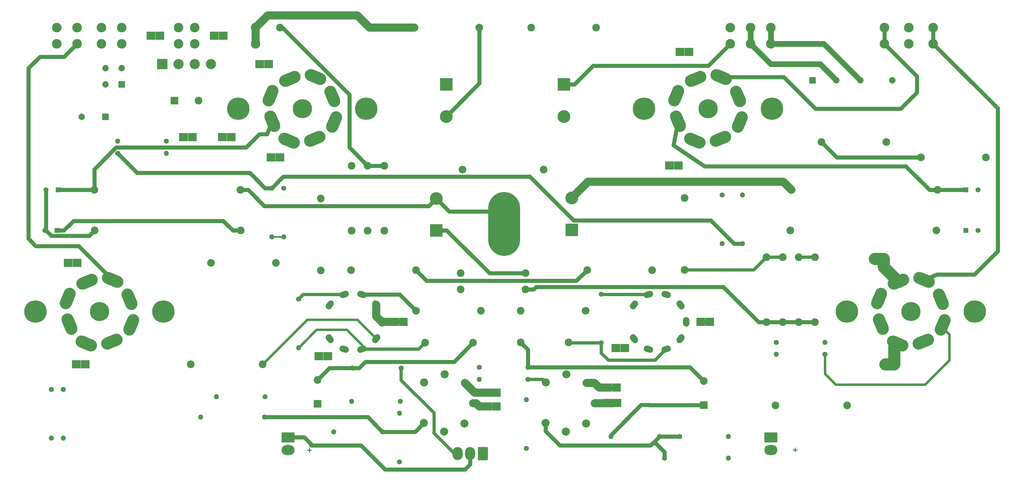
<source format=gbr>
G04 #@! TF.GenerationSoftware,KiCad,Pcbnew,(5.1.6)-1*
G04 #@! TF.CreationDate,2020-09-30T13:51:41+01:00*
G04 #@! TF.ProjectId,KIT88A,4b495438-3841-42e6-9b69-6361645f7063,rev?*
G04 #@! TF.SameCoordinates,Original*
G04 #@! TF.FileFunction,Copper,L1,Top*
G04 #@! TF.FilePolarity,Positive*
%FSLAX46Y46*%
G04 Gerber Fmt 4.6, Leading zero omitted, Abs format (unit mm)*
G04 Created by KiCad (PCBNEW (5.1.6)-1) date 2020-09-30 13:51:41*
%MOMM*%
%LPD*%
G01*
G04 APERTURE LIST*
G04 #@! TA.AperFunction,NonConductor*
%ADD10C,0.300000*%
G04 #@! TD*
G04 #@! TA.AperFunction,ComponentPad*
%ADD11C,2.500000*%
G04 #@! TD*
G04 #@! TA.AperFunction,ComponentPad*
%ADD12O,10.000000X20.000000*%
G04 #@! TD*
G04 #@! TA.AperFunction,ComponentPad*
%ADD13R,2.800000X2.600000*%
G04 #@! TD*
G04 #@! TA.AperFunction,ComponentPad*
%ADD14C,2.400000*%
G04 #@! TD*
G04 #@! TA.AperFunction,ComponentPad*
%ADD15O,2.400000X2.400000*%
G04 #@! TD*
G04 #@! TA.AperFunction,ComponentPad*
%ADD16O,2.000000X3.000000*%
G04 #@! TD*
G04 #@! TA.AperFunction,ComponentPad*
%ADD17C,3.000000*%
G04 #@! TD*
G04 #@! TA.AperFunction,ComponentPad*
%ADD18C,2.540000*%
G04 #@! TD*
G04 #@! TA.AperFunction,ComponentPad*
%ADD19C,7.000000*%
G04 #@! TD*
G04 #@! TA.AperFunction,ComponentPad*
%ADD20C,6.000000*%
G04 #@! TD*
G04 #@! TA.AperFunction,ComponentPad*
%ADD21C,4.000000*%
G04 #@! TD*
G04 #@! TA.AperFunction,ComponentPad*
%ADD22R,4.000000X4.000000*%
G04 #@! TD*
G04 #@! TA.AperFunction,ComponentPad*
%ADD23R,2.400000X2.400000*%
G04 #@! TD*
G04 #@! TA.AperFunction,ComponentPad*
%ADD24R,2.000000X2.000000*%
G04 #@! TD*
G04 #@! TA.AperFunction,ComponentPad*
%ADD25C,2.000000*%
G04 #@! TD*
G04 #@! TA.AperFunction,ComponentPad*
%ADD26R,1.600000X1.600000*%
G04 #@! TD*
G04 #@! TA.AperFunction,ComponentPad*
%ADD27C,1.600000*%
G04 #@! TD*
G04 #@! TA.AperFunction,ComponentPad*
%ADD28O,1.600000X1.600000*%
G04 #@! TD*
G04 #@! TA.AperFunction,ComponentPad*
%ADD29O,4.100000X3.160000*%
G04 #@! TD*
G04 #@! TA.AperFunction,ComponentPad*
%ADD30O,3.160000X4.100000*%
G04 #@! TD*
G04 #@! TA.AperFunction,ComponentPad*
%ADD31O,2.000000X2.000000*%
G04 #@! TD*
G04 #@! TA.AperFunction,ComponentPad*
%ADD32C,3.200001*%
G04 #@! TD*
G04 #@! TA.AperFunction,ComponentPad*
%ADD33C,3.200000*%
G04 #@! TD*
G04 #@! TA.AperFunction,ComponentPad*
%ADD34R,3.200000X3.200000*%
G04 #@! TD*
G04 #@! TA.AperFunction,Conductor*
%ADD35C,1.270000*%
G04 #@! TD*
G04 #@! TA.AperFunction,Conductor*
%ADD36C,2.540000*%
G04 #@! TD*
G04 #@! TA.AperFunction,Conductor*
%ADD37C,1.778000*%
G04 #@! TD*
G04 #@! TA.AperFunction,Conductor*
%ADD38C,0.508000*%
G04 #@! TD*
G04 #@! TA.AperFunction,Conductor*
%ADD39C,1.016000*%
G04 #@! TD*
G04 #@! TA.AperFunction,Conductor*
%ADD40C,0.762000*%
G04 #@! TD*
G04 #@! TA.AperFunction,Conductor*
%ADD41C,3.810000*%
G04 #@! TD*
G04 APERTURE END LIST*
D10*
X112776071Y-233914142D02*
X113918928Y-233914142D01*
X113347500Y-234485571D02*
X113347500Y-233342714D01*
X264858571Y-233787142D02*
X266001428Y-233787142D01*
X265430000Y-234358571D02*
X265430000Y-233215714D01*
D11*
X174295000Y-171704000D03*
X174295000Y-168910000D03*
D12*
X174295000Y-163068000D03*
D11*
X174295000Y-165862000D03*
X174295000Y-160274000D03*
X174295000Y-157480000D03*
X174295000Y-154686000D03*
D13*
X232156000Y-109220000D03*
X229362000Y-109220000D03*
X101346000Y-142240000D03*
X104140000Y-142240000D03*
X100584000Y-113030000D03*
X97790000Y-113030000D03*
X226060000Y-144780000D03*
X228854000Y-144780000D03*
X40386000Y-207010000D03*
X43180000Y-207010000D03*
X40640000Y-175260000D03*
X37846000Y-175260000D03*
X293624000Y-207010000D03*
X296418000Y-207010000D03*
X293116000Y-173990000D03*
X290322000Y-173990000D03*
X119126000Y-204470000D03*
X116332000Y-204470000D03*
X139929000Y-193650000D03*
X142723000Y-193650000D03*
X209296000Y-201930000D03*
X212090000Y-201930000D03*
X235839000Y-193650000D03*
X238633000Y-193650000D03*
X206794000Y-219100000D03*
X209588000Y-219100000D03*
X206616000Y-214211000D03*
X209410000Y-214211000D03*
X73914000Y-135890000D03*
X76708000Y-135890000D03*
X86106000Y-135890000D03*
X88900000Y-135890000D03*
X169100000Y-220167000D03*
X171894000Y-220167000D03*
X169100000Y-215900000D03*
X171894000Y-215900000D03*
D14*
X104127000Y-101600000D03*
D15*
X134607000Y-101600000D03*
G04 #@! TA.AperFunction,ComponentPad*
G36*
G01*
X120822910Y-188568277D02*
X120235124Y-189377293D01*
G75*
G02*
X118838322Y-189598525I-809017J587785D01*
G01*
X118838322Y-189598525D01*
G75*
G02*
X118617090Y-188201723I587785J809017D01*
G01*
X119204876Y-187392707D01*
G75*
G02*
X120601678Y-187171475I809017J-587785D01*
G01*
X120601678Y-187171475D01*
G75*
G02*
X120822910Y-188568277I-587785J-809017D01*
G01*
G37*
G04 #@! TD.AperFunction*
G04 #@! TA.AperFunction,ComponentPad*
G36*
G01*
X125004545Y-185911548D02*
X124053489Y-186220565D01*
G75*
G02*
X122793415Y-185578525I-309017J951057D01*
G01*
X122793415Y-185578525D01*
G75*
G02*
X123435455Y-184318451I951057J309017D01*
G01*
X124386511Y-184009435D01*
G75*
G02*
X125646585Y-184651475I309017J-951057D01*
G01*
X125646585Y-184651475D01*
G75*
G02*
X125004545Y-185911549I-951057J-309017D01*
G01*
G37*
G04 #@! TD.AperFunction*
G04 #@! TA.AperFunction,ComponentPad*
G36*
G01*
X129946511Y-186220565D02*
X128995455Y-185911549D01*
G75*
G02*
X128353415Y-184651475I309017J951057D01*
G01*
X128353415Y-184651475D01*
G75*
G02*
X129613489Y-184009435I951057J-309017D01*
G01*
X130564545Y-184318451D01*
G75*
G02*
X131206585Y-185578525I-309017J-951057D01*
G01*
X131206585Y-185578525D01*
G75*
G02*
X129946511Y-186220565I-951057J309017D01*
G01*
G37*
G04 #@! TD.AperFunction*
G04 #@! TA.AperFunction,ComponentPad*
G36*
G01*
X133764876Y-189377294D02*
X133177090Y-188568277D01*
G75*
G02*
X133398322Y-187171475I809017J587785D01*
G01*
X133398322Y-187171475D01*
G75*
G02*
X134795124Y-187392707I587785J-809017D01*
G01*
X135382910Y-188201723D01*
G75*
G02*
X135161678Y-189598525I-809017J-587785D01*
G01*
X135161678Y-189598525D01*
G75*
G02*
X133764876Y-189377293I-587785J809017D01*
G01*
G37*
G04 #@! TD.AperFunction*
D16*
X136000000Y-193675000D03*
G04 #@! TA.AperFunction,ComponentPad*
G36*
G01*
X135382910Y-199148277D02*
X134795124Y-199957293D01*
G75*
G02*
X133398322Y-200178525I-809017J587785D01*
G01*
X133398322Y-200178525D01*
G75*
G02*
X133177090Y-198781723I587785J809017D01*
G01*
X133764876Y-197972707D01*
G75*
G02*
X135161678Y-197751475I809017J-587785D01*
G01*
X135161678Y-197751475D01*
G75*
G02*
X135382910Y-199148277I-587785J-809017D01*
G01*
G37*
G04 #@! TD.AperFunction*
G04 #@! TA.AperFunction,ComponentPad*
G36*
G01*
X130564545Y-203031548D02*
X129613489Y-203340565D01*
G75*
G02*
X128353415Y-202698525I-309017J951057D01*
G01*
X128353415Y-202698525D01*
G75*
G02*
X128995455Y-201438451I951057J309017D01*
G01*
X129946511Y-201129435D01*
G75*
G02*
X131206585Y-201771475I309017J-951057D01*
G01*
X131206585Y-201771475D01*
G75*
G02*
X130564545Y-203031549I-951057J-309017D01*
G01*
G37*
G04 #@! TD.AperFunction*
G04 #@! TA.AperFunction,ComponentPad*
G36*
G01*
X124386511Y-203340565D02*
X123435455Y-203031549D01*
G75*
G02*
X122793415Y-201771475I309017J951057D01*
G01*
X122793415Y-201771475D01*
G75*
G02*
X124053489Y-201129435I951057J-309017D01*
G01*
X125004545Y-201438451D01*
G75*
G02*
X125646585Y-202698525I-309017J-951057D01*
G01*
X125646585Y-202698525D01*
G75*
G02*
X124386511Y-203340565I-951057J309017D01*
G01*
G37*
G04 #@! TD.AperFunction*
G04 #@! TA.AperFunction,ComponentPad*
G36*
G01*
X119204876Y-199957294D02*
X118617090Y-199148277D01*
G75*
G02*
X118838322Y-197751475I809017J587785D01*
G01*
X118838322Y-197751475D01*
G75*
G02*
X120235124Y-197972707I587785J-809017D01*
G01*
X120822910Y-198781723D01*
G75*
G02*
X120601678Y-200178525I-809017J-587785D01*
G01*
X120601678Y-200178525D01*
G75*
G02*
X119204876Y-199957293I-587785J809017D01*
G01*
G37*
G04 #@! TD.AperFunction*
D17*
X257810000Y-106600000D03*
X257810000Y-101600000D03*
X308610000Y-106600000D03*
X308610000Y-101600000D03*
X40640000Y-106600000D03*
X40640000Y-101600000D03*
X48260000Y-106600000D03*
X48260000Y-101600000D03*
X34290000Y-106600000D03*
X34290000Y-101600000D03*
X96520000Y-106600000D03*
X96520000Y-101600000D03*
X300990000Y-106600000D03*
X300990000Y-101600000D03*
X245110000Y-106600000D03*
X245110000Y-101600000D03*
X251460000Y-106600000D03*
X251460000Y-101600000D03*
X293370000Y-106600000D03*
X293370000Y-101600000D03*
X54610000Y-106600000D03*
X54610000Y-101600000D03*
D18*
X149158749Y-225377493D03*
X155498468Y-228068545D03*
X161877493Y-225491251D03*
X164568545Y-219151532D03*
X161991251Y-212772507D03*
X155651532Y-210081455D03*
X149272507Y-212658749D03*
X187258749Y-225377493D03*
X193598468Y-228068545D03*
X199977493Y-225491251D03*
X202668545Y-219151532D03*
X200091251Y-212772507D03*
X193751532Y-210081455D03*
X187372507Y-212658749D03*
G04 #@! TA.AperFunction,ComponentPad*
G36*
G01*
X216072910Y-188568277D02*
X215485124Y-189377293D01*
G75*
G02*
X214088322Y-189598525I-809017J587785D01*
G01*
X214088322Y-189598525D01*
G75*
G02*
X213867090Y-188201723I587785J809017D01*
G01*
X214454876Y-187392707D01*
G75*
G02*
X215851678Y-187171475I809017J-587785D01*
G01*
X215851678Y-187171475D01*
G75*
G02*
X216072910Y-188568277I-587785J-809017D01*
G01*
G37*
G04 #@! TD.AperFunction*
G04 #@! TA.AperFunction,ComponentPad*
G36*
G01*
X220254545Y-185911548D02*
X219303489Y-186220565D01*
G75*
G02*
X218043415Y-185578525I-309017J951057D01*
G01*
X218043415Y-185578525D01*
G75*
G02*
X218685455Y-184318451I951057J309017D01*
G01*
X219636511Y-184009435D01*
G75*
G02*
X220896585Y-184651475I309017J-951057D01*
G01*
X220896585Y-184651475D01*
G75*
G02*
X220254545Y-185911549I-951057J-309017D01*
G01*
G37*
G04 #@! TD.AperFunction*
G04 #@! TA.AperFunction,ComponentPad*
G36*
G01*
X225196511Y-186220565D02*
X224245455Y-185911549D01*
G75*
G02*
X223603415Y-184651475I309017J951057D01*
G01*
X223603415Y-184651475D01*
G75*
G02*
X224863489Y-184009435I951057J-309017D01*
G01*
X225814545Y-184318451D01*
G75*
G02*
X226456585Y-185578525I-309017J-951057D01*
G01*
X226456585Y-185578525D01*
G75*
G02*
X225196511Y-186220565I-951057J309017D01*
G01*
G37*
G04 #@! TD.AperFunction*
G04 #@! TA.AperFunction,ComponentPad*
G36*
G01*
X229014876Y-189377294D02*
X228427090Y-188568277D01*
G75*
G02*
X228648322Y-187171475I809017J587785D01*
G01*
X228648322Y-187171475D01*
G75*
G02*
X230045124Y-187392707I587785J-809017D01*
G01*
X230632910Y-188201723D01*
G75*
G02*
X230411678Y-189598525I-809017J-587785D01*
G01*
X230411678Y-189598525D01*
G75*
G02*
X229014876Y-189377293I-587785J809017D01*
G01*
G37*
G04 #@! TD.AperFunction*
D16*
X231250000Y-193675000D03*
G04 #@! TA.AperFunction,ComponentPad*
G36*
G01*
X230632910Y-199148277D02*
X230045124Y-199957293D01*
G75*
G02*
X228648322Y-200178525I-809017J587785D01*
G01*
X228648322Y-200178525D01*
G75*
G02*
X228427090Y-198781723I587785J809017D01*
G01*
X229014876Y-197972707D01*
G75*
G02*
X230411678Y-197751475I809017J-587785D01*
G01*
X230411678Y-197751475D01*
G75*
G02*
X230632910Y-199148277I-587785J-809017D01*
G01*
G37*
G04 #@! TD.AperFunction*
G04 #@! TA.AperFunction,ComponentPad*
G36*
G01*
X225814545Y-203031548D02*
X224863489Y-203340565D01*
G75*
G02*
X223603415Y-202698525I-309017J951057D01*
G01*
X223603415Y-202698525D01*
G75*
G02*
X224245455Y-201438451I951057J309017D01*
G01*
X225196511Y-201129435D01*
G75*
G02*
X226456585Y-201771475I309017J-951057D01*
G01*
X226456585Y-201771475D01*
G75*
G02*
X225814545Y-203031549I-951057J-309017D01*
G01*
G37*
G04 #@! TD.AperFunction*
G04 #@! TA.AperFunction,ComponentPad*
G36*
G01*
X219636511Y-203340565D02*
X218685455Y-203031549D01*
G75*
G02*
X218043415Y-201771475I309017J951057D01*
G01*
X218043415Y-201771475D01*
G75*
G02*
X219303489Y-201129435I951057J-309017D01*
G01*
X220254545Y-201438451D01*
G75*
G02*
X220896585Y-202698525I-309017J-951057D01*
G01*
X220896585Y-202698525D01*
G75*
G02*
X219636511Y-203340565I-951057J309017D01*
G01*
G37*
G04 #@! TD.AperFunction*
G04 #@! TA.AperFunction,ComponentPad*
G36*
G01*
X214454876Y-199957294D02*
X213867090Y-199148277D01*
G75*
G02*
X214088322Y-197751475I809017J587785D01*
G01*
X214088322Y-197751475D01*
G75*
G02*
X215485124Y-197972707I587785J-809017D01*
G01*
X216072910Y-198781723D01*
G75*
G02*
X215851678Y-200178525I-809017J-587785D01*
G01*
X215851678Y-200178525D01*
G75*
G02*
X214454876Y-199957293I-587785J809017D01*
G01*
G37*
G04 #@! TD.AperFunction*
D19*
X258125000Y-127000000D03*
X218125000Y-127000000D03*
D20*
X238125000Y-127000000D03*
G04 #@! TA.AperFunction,ComponentPad*
G36*
G01*
X230077776Y-134121642D02*
X230077776Y-134121642D01*
G75*
G02*
X227595306Y-133093370I-727099J1755371D01*
G01*
X226370720Y-130136956D01*
G75*
G02*
X227398992Y-127654486I1755371J727099D01*
G01*
X227398992Y-127654486D01*
G75*
G02*
X229881462Y-128682758I727099J-1755371D01*
G01*
X231106048Y-131639172D01*
G75*
G02*
X230077776Y-134121642I-1755371J-727099D01*
G01*
G37*
G04 #@! TD.AperFunction*
G04 #@! TA.AperFunction,ComponentPad*
G36*
G01*
X237234664Y-138295402D02*
X237234664Y-138295402D01*
G75*
G02*
X234752194Y-139323674I-1755371J727099D01*
G01*
X231795780Y-138099088D01*
G75*
G02*
X230767508Y-135616618I727099J1755371D01*
G01*
X230767508Y-135616618D01*
G75*
G02*
X233249978Y-134588346I1755371J-727099D01*
G01*
X236206392Y-135812932D01*
G75*
G02*
X237234664Y-138295402I-727099J-1755371D01*
G01*
G37*
G04 #@! TD.AperFunction*
G04 #@! TA.AperFunction,ComponentPad*
G36*
G01*
X238779486Y-137726008D02*
X238779486Y-137726008D01*
G75*
G02*
X239807758Y-135243538I1755371J727099D01*
G01*
X242764172Y-134018952D01*
G75*
G02*
X245246642Y-135047224I727099J-1755371D01*
G01*
X245246642Y-135047224D01*
G75*
G02*
X244218370Y-137529694I-1755371J-727099D01*
G01*
X241261956Y-138754280D01*
G75*
G02*
X238779486Y-137726008I-727099J1755371D01*
G01*
G37*
G04 #@! TD.AperFunction*
G04 #@! TA.AperFunction,ComponentPad*
G36*
G01*
X246741618Y-134357492D02*
X246741618Y-134357492D01*
G75*
G02*
X245713346Y-131875022I727099J1755371D01*
G01*
X246937932Y-128918608D01*
G75*
G02*
X249420402Y-127890336I1755371J-727099D01*
G01*
X249420402Y-127890336D01*
G75*
G02*
X250448674Y-130372806I-727099J-1755371D01*
G01*
X249224088Y-133329220D01*
G75*
G02*
X246741618Y-134357492I-1755371J727099D01*
G01*
G37*
G04 #@! TD.AperFunction*
G04 #@! TA.AperFunction,ComponentPad*
G36*
G01*
X248851008Y-126345514D02*
X248851008Y-126345514D01*
G75*
G02*
X246368538Y-125317242I-727099J1755371D01*
G01*
X245143952Y-122360828D01*
G75*
G02*
X246172224Y-119878358I1755371J727099D01*
G01*
X246172224Y-119878358D01*
G75*
G02*
X248654694Y-120906630I727099J-1755371D01*
G01*
X249879280Y-123863044D01*
G75*
G02*
X248851008Y-126345514I-1755371J-727099D01*
G01*
G37*
G04 #@! TD.AperFunction*
G04 #@! TA.AperFunction,ComponentPad*
G36*
G01*
X239015336Y-115704598D02*
X239015336Y-115704598D01*
G75*
G02*
X241497806Y-114676326I1755371J-727099D01*
G01*
X244454220Y-115900912D01*
G75*
G02*
X245482492Y-118383382I-727099J-1755371D01*
G01*
X245482492Y-118383382D01*
G75*
G02*
X243000022Y-119411654I-1755371J727099D01*
G01*
X240043608Y-118187068D01*
G75*
G02*
X239015336Y-115704598I727099J1755371D01*
G01*
G37*
G04 #@! TD.AperFunction*
G04 #@! TA.AperFunction,ComponentPad*
G36*
G01*
X237470514Y-116273992D02*
X237470514Y-116273992D01*
G75*
G02*
X236442242Y-118756462I-1755371J-727099D01*
G01*
X233485828Y-119981048D01*
G75*
G02*
X231003358Y-118952776I-727099J1755371D01*
G01*
X231003358Y-118952776D01*
G75*
G02*
X232031630Y-116470306I1755371J727099D01*
G01*
X234988044Y-115245720D01*
G75*
G02*
X237470514Y-116273992I727099J-1755371D01*
G01*
G37*
G04 #@! TD.AperFunction*
G04 #@! TA.AperFunction,ComponentPad*
G36*
G01*
X226829598Y-126109664D02*
X226829598Y-126109664D01*
G75*
G02*
X225801326Y-123627194I727099J1755371D01*
G01*
X227025912Y-120670780D01*
G75*
G02*
X229508382Y-119642508I1755371J-727099D01*
G01*
X229508382Y-119642508D01*
G75*
G02*
X230536654Y-122124978I-727099J-1755371D01*
G01*
X229312068Y-125081392D01*
G75*
G02*
X226829598Y-126109664I-1755371J727099D01*
G01*
G37*
G04 #@! TD.AperFunction*
D19*
X321625000Y-190500000D03*
X281625000Y-190500000D03*
D20*
X301625000Y-190500000D03*
G04 #@! TA.AperFunction,ComponentPad*
G36*
G01*
X293577776Y-197621642D02*
X293577776Y-197621642D01*
G75*
G02*
X291095306Y-196593370I-727099J1755371D01*
G01*
X289870720Y-193636956D01*
G75*
G02*
X290898992Y-191154486I1755371J727099D01*
G01*
X290898992Y-191154486D01*
G75*
G02*
X293381462Y-192182758I727099J-1755371D01*
G01*
X294606048Y-195139172D01*
G75*
G02*
X293577776Y-197621642I-1755371J-727099D01*
G01*
G37*
G04 #@! TD.AperFunction*
G04 #@! TA.AperFunction,ComponentPad*
G36*
G01*
X300734664Y-201795402D02*
X300734664Y-201795402D01*
G75*
G02*
X298252194Y-202823674I-1755371J727099D01*
G01*
X295295780Y-201599088D01*
G75*
G02*
X294267508Y-199116618I727099J1755371D01*
G01*
X294267508Y-199116618D01*
G75*
G02*
X296749978Y-198088346I1755371J-727099D01*
G01*
X299706392Y-199312932D01*
G75*
G02*
X300734664Y-201795402I-727099J-1755371D01*
G01*
G37*
G04 #@! TD.AperFunction*
G04 #@! TA.AperFunction,ComponentPad*
G36*
G01*
X302279486Y-201226008D02*
X302279486Y-201226008D01*
G75*
G02*
X303307758Y-198743538I1755371J727099D01*
G01*
X306264172Y-197518952D01*
G75*
G02*
X308746642Y-198547224I727099J-1755371D01*
G01*
X308746642Y-198547224D01*
G75*
G02*
X307718370Y-201029694I-1755371J-727099D01*
G01*
X304761956Y-202254280D01*
G75*
G02*
X302279486Y-201226008I-727099J1755371D01*
G01*
G37*
G04 #@! TD.AperFunction*
G04 #@! TA.AperFunction,ComponentPad*
G36*
G01*
X310241618Y-197857492D02*
X310241618Y-197857492D01*
G75*
G02*
X309213346Y-195375022I727099J1755371D01*
G01*
X310437932Y-192418608D01*
G75*
G02*
X312920402Y-191390336I1755371J-727099D01*
G01*
X312920402Y-191390336D01*
G75*
G02*
X313948674Y-193872806I-727099J-1755371D01*
G01*
X312724088Y-196829220D01*
G75*
G02*
X310241618Y-197857492I-1755371J727099D01*
G01*
G37*
G04 #@! TD.AperFunction*
G04 #@! TA.AperFunction,ComponentPad*
G36*
G01*
X312351008Y-189845514D02*
X312351008Y-189845514D01*
G75*
G02*
X309868538Y-188817242I-727099J1755371D01*
G01*
X308643952Y-185860828D01*
G75*
G02*
X309672224Y-183378358I1755371J727099D01*
G01*
X309672224Y-183378358D01*
G75*
G02*
X312154694Y-184406630I727099J-1755371D01*
G01*
X313379280Y-187363044D01*
G75*
G02*
X312351008Y-189845514I-1755371J-727099D01*
G01*
G37*
G04 #@! TD.AperFunction*
G04 #@! TA.AperFunction,ComponentPad*
G36*
G01*
X302515336Y-179204598D02*
X302515336Y-179204598D01*
G75*
G02*
X304997806Y-178176326I1755371J-727099D01*
G01*
X307954220Y-179400912D01*
G75*
G02*
X308982492Y-181883382I-727099J-1755371D01*
G01*
X308982492Y-181883382D01*
G75*
G02*
X306500022Y-182911654I-1755371J727099D01*
G01*
X303543608Y-181687068D01*
G75*
G02*
X302515336Y-179204598I727099J1755371D01*
G01*
G37*
G04 #@! TD.AperFunction*
G04 #@! TA.AperFunction,ComponentPad*
G36*
G01*
X300970514Y-179773992D02*
X300970514Y-179773992D01*
G75*
G02*
X299942242Y-182256462I-1755371J-727099D01*
G01*
X296985828Y-183481048D01*
G75*
G02*
X294503358Y-182452776I-727099J1755371D01*
G01*
X294503358Y-182452776D01*
G75*
G02*
X295531630Y-179970306I1755371J727099D01*
G01*
X298488044Y-178745720D01*
G75*
G02*
X300970514Y-179773992I727099J-1755371D01*
G01*
G37*
G04 #@! TD.AperFunction*
G04 #@! TA.AperFunction,ComponentPad*
G36*
G01*
X290329598Y-189609664D02*
X290329598Y-189609664D01*
G75*
G02*
X289301326Y-187127194I727099J1755371D01*
G01*
X290525912Y-184170780D01*
G75*
G02*
X293008382Y-183142508I1755371J-727099D01*
G01*
X293008382Y-183142508D01*
G75*
G02*
X294036654Y-185624978I-727099J-1755371D01*
G01*
X292812068Y-188581392D01*
G75*
G02*
X290329598Y-189609664I-1755371J727099D01*
G01*
G37*
G04 #@! TD.AperFunction*
D19*
X131125000Y-127000000D03*
X91125000Y-127000000D03*
D20*
X111125000Y-127000000D03*
G04 #@! TA.AperFunction,ComponentPad*
G36*
G01*
X103077776Y-134121642D02*
X103077776Y-134121642D01*
G75*
G02*
X100595306Y-133093370I-727099J1755371D01*
G01*
X99370720Y-130136956D01*
G75*
G02*
X100398992Y-127654486I1755371J727099D01*
G01*
X100398992Y-127654486D01*
G75*
G02*
X102881462Y-128682758I727099J-1755371D01*
G01*
X104106048Y-131639172D01*
G75*
G02*
X103077776Y-134121642I-1755371J-727099D01*
G01*
G37*
G04 #@! TD.AperFunction*
G04 #@! TA.AperFunction,ComponentPad*
G36*
G01*
X110234664Y-138295402D02*
X110234664Y-138295402D01*
G75*
G02*
X107752194Y-139323674I-1755371J727099D01*
G01*
X104795780Y-138099088D01*
G75*
G02*
X103767508Y-135616618I727099J1755371D01*
G01*
X103767508Y-135616618D01*
G75*
G02*
X106249978Y-134588346I1755371J-727099D01*
G01*
X109206392Y-135812932D01*
G75*
G02*
X110234664Y-138295402I-727099J-1755371D01*
G01*
G37*
G04 #@! TD.AperFunction*
G04 #@! TA.AperFunction,ComponentPad*
G36*
G01*
X111779486Y-137726008D02*
X111779486Y-137726008D01*
G75*
G02*
X112807758Y-135243538I1755371J727099D01*
G01*
X115764172Y-134018952D01*
G75*
G02*
X118246642Y-135047224I727099J-1755371D01*
G01*
X118246642Y-135047224D01*
G75*
G02*
X117218370Y-137529694I-1755371J-727099D01*
G01*
X114261956Y-138754280D01*
G75*
G02*
X111779486Y-137726008I-727099J1755371D01*
G01*
G37*
G04 #@! TD.AperFunction*
G04 #@! TA.AperFunction,ComponentPad*
G36*
G01*
X119741618Y-134357492D02*
X119741618Y-134357492D01*
G75*
G02*
X118713346Y-131875022I727099J1755371D01*
G01*
X119937932Y-128918608D01*
G75*
G02*
X122420402Y-127890336I1755371J-727099D01*
G01*
X122420402Y-127890336D01*
G75*
G02*
X123448674Y-130372806I-727099J-1755371D01*
G01*
X122224088Y-133329220D01*
G75*
G02*
X119741618Y-134357492I-1755371J727099D01*
G01*
G37*
G04 #@! TD.AperFunction*
G04 #@! TA.AperFunction,ComponentPad*
G36*
G01*
X121851008Y-126345514D02*
X121851008Y-126345514D01*
G75*
G02*
X119368538Y-125317242I-727099J1755371D01*
G01*
X118143952Y-122360828D01*
G75*
G02*
X119172224Y-119878358I1755371J727099D01*
G01*
X119172224Y-119878358D01*
G75*
G02*
X121654694Y-120906630I727099J-1755371D01*
G01*
X122879280Y-123863044D01*
G75*
G02*
X121851008Y-126345514I-1755371J-727099D01*
G01*
G37*
G04 #@! TD.AperFunction*
G04 #@! TA.AperFunction,ComponentPad*
G36*
G01*
X112015336Y-115704598D02*
X112015336Y-115704598D01*
G75*
G02*
X114497806Y-114676326I1755371J-727099D01*
G01*
X117454220Y-115900912D01*
G75*
G02*
X118482492Y-118383382I-727099J-1755371D01*
G01*
X118482492Y-118383382D01*
G75*
G02*
X116000022Y-119411654I-1755371J727099D01*
G01*
X113043608Y-118187068D01*
G75*
G02*
X112015336Y-115704598I727099J1755371D01*
G01*
G37*
G04 #@! TD.AperFunction*
G04 #@! TA.AperFunction,ComponentPad*
G36*
G01*
X110470514Y-116273992D02*
X110470514Y-116273992D01*
G75*
G02*
X109442242Y-118756462I-1755371J-727099D01*
G01*
X106485828Y-119981048D01*
G75*
G02*
X104003358Y-118952776I-727099J1755371D01*
G01*
X104003358Y-118952776D01*
G75*
G02*
X105031630Y-116470306I1755371J727099D01*
G01*
X107988044Y-115245720D01*
G75*
G02*
X110470514Y-116273992I727099J-1755371D01*
G01*
G37*
G04 #@! TD.AperFunction*
G04 #@! TA.AperFunction,ComponentPad*
G36*
G01*
X99829598Y-126109664D02*
X99829598Y-126109664D01*
G75*
G02*
X98801326Y-123627194I727099J1755371D01*
G01*
X100025912Y-120670780D01*
G75*
G02*
X102508382Y-119642508I1755371J-727099D01*
G01*
X102508382Y-119642508D01*
G75*
G02*
X103536654Y-122124978I-727099J-1755371D01*
G01*
X102312068Y-125081392D01*
G75*
G02*
X99829598Y-126109664I-1755371J727099D01*
G01*
G37*
G04 #@! TD.AperFunction*
D19*
X67625000Y-190500000D03*
X27625000Y-190500000D03*
D20*
X47625000Y-190500000D03*
G04 #@! TA.AperFunction,ComponentPad*
G36*
G01*
X39577776Y-197621642D02*
X39577776Y-197621642D01*
G75*
G02*
X37095306Y-196593370I-727099J1755371D01*
G01*
X35870720Y-193636956D01*
G75*
G02*
X36898992Y-191154486I1755371J727099D01*
G01*
X36898992Y-191154486D01*
G75*
G02*
X39381462Y-192182758I727099J-1755371D01*
G01*
X40606048Y-195139172D01*
G75*
G02*
X39577776Y-197621642I-1755371J-727099D01*
G01*
G37*
G04 #@! TD.AperFunction*
G04 #@! TA.AperFunction,ComponentPad*
G36*
G01*
X46734664Y-201795402D02*
X46734664Y-201795402D01*
G75*
G02*
X44252194Y-202823674I-1755371J727099D01*
G01*
X41295780Y-201599088D01*
G75*
G02*
X40267508Y-199116618I727099J1755371D01*
G01*
X40267508Y-199116618D01*
G75*
G02*
X42749978Y-198088346I1755371J-727099D01*
G01*
X45706392Y-199312932D01*
G75*
G02*
X46734664Y-201795402I-727099J-1755371D01*
G01*
G37*
G04 #@! TD.AperFunction*
G04 #@! TA.AperFunction,ComponentPad*
G36*
G01*
X48279486Y-201226008D02*
X48279486Y-201226008D01*
G75*
G02*
X49307758Y-198743538I1755371J727099D01*
G01*
X52264172Y-197518952D01*
G75*
G02*
X54746642Y-198547224I727099J-1755371D01*
G01*
X54746642Y-198547224D01*
G75*
G02*
X53718370Y-201029694I-1755371J-727099D01*
G01*
X50761956Y-202254280D01*
G75*
G02*
X48279486Y-201226008I-727099J1755371D01*
G01*
G37*
G04 #@! TD.AperFunction*
G04 #@! TA.AperFunction,ComponentPad*
G36*
G01*
X56241618Y-197857492D02*
X56241618Y-197857492D01*
G75*
G02*
X55213346Y-195375022I727099J1755371D01*
G01*
X56437932Y-192418608D01*
G75*
G02*
X58920402Y-191390336I1755371J-727099D01*
G01*
X58920402Y-191390336D01*
G75*
G02*
X59948674Y-193872806I-727099J-1755371D01*
G01*
X58724088Y-196829220D01*
G75*
G02*
X56241618Y-197857492I-1755371J727099D01*
G01*
G37*
G04 #@! TD.AperFunction*
G04 #@! TA.AperFunction,ComponentPad*
G36*
G01*
X58351008Y-189845514D02*
X58351008Y-189845514D01*
G75*
G02*
X55868538Y-188817242I-727099J1755371D01*
G01*
X54643952Y-185860828D01*
G75*
G02*
X55672224Y-183378358I1755371J727099D01*
G01*
X55672224Y-183378358D01*
G75*
G02*
X58154694Y-184406630I727099J-1755371D01*
G01*
X59379280Y-187363044D01*
G75*
G02*
X58351008Y-189845514I-1755371J-727099D01*
G01*
G37*
G04 #@! TD.AperFunction*
G04 #@! TA.AperFunction,ComponentPad*
G36*
G01*
X48515336Y-179204598D02*
X48515336Y-179204598D01*
G75*
G02*
X50997806Y-178176326I1755371J-727099D01*
G01*
X53954220Y-179400912D01*
G75*
G02*
X54982492Y-181883382I-727099J-1755371D01*
G01*
X54982492Y-181883382D01*
G75*
G02*
X52500022Y-182911654I-1755371J727099D01*
G01*
X49543608Y-181687068D01*
G75*
G02*
X48515336Y-179204598I727099J1755371D01*
G01*
G37*
G04 #@! TD.AperFunction*
G04 #@! TA.AperFunction,ComponentPad*
G36*
G01*
X46970514Y-179773992D02*
X46970514Y-179773992D01*
G75*
G02*
X45942242Y-182256462I-1755371J-727099D01*
G01*
X42985828Y-183481048D01*
G75*
G02*
X40503358Y-182452776I-727099J1755371D01*
G01*
X40503358Y-182452776D01*
G75*
G02*
X41531630Y-179970306I1755371J727099D01*
G01*
X44488044Y-178745720D01*
G75*
G02*
X46970514Y-179773992I727099J-1755371D01*
G01*
G37*
G04 #@! TD.AperFunction*
G04 #@! TA.AperFunction,ComponentPad*
G36*
G01*
X36329598Y-189609664D02*
X36329598Y-189609664D01*
G75*
G02*
X35301326Y-187127194I727099J1755371D01*
G01*
X36525912Y-184170780D01*
G75*
G02*
X39008382Y-183142508I1755371J-727099D01*
G01*
X39008382Y-183142508D01*
G75*
G02*
X40036654Y-185624978I-727099J-1755371D01*
G01*
X38812068Y-188581392D01*
G75*
G02*
X36329598Y-189609664I-1755371J727099D01*
G01*
G37*
G04 #@! TD.AperFunction*
D15*
X91719400Y-152400000D03*
D14*
X45999400Y-152400000D03*
X264261000Y-152400000D03*
D15*
X309981000Y-152400000D03*
D14*
X46126400Y-165100000D03*
D15*
X91846400Y-165100000D03*
X309575000Y-165100000D03*
D14*
X263855000Y-165100000D03*
D21*
X156210000Y-129380000D03*
D22*
X156210000Y-119380000D03*
X193040000Y-119380000D03*
D21*
X193040000Y-129380000D03*
D23*
X71120000Y-124460000D03*
D14*
X78620000Y-124460000D03*
D24*
X49530000Y-129540000D03*
D25*
X42030000Y-129540000D03*
D22*
X153035000Y-165062000D03*
D21*
X153035000Y-155062000D03*
X195491000Y-154884000D03*
D22*
X195491000Y-164884000D03*
D14*
X116916000Y-155105000D03*
X116916000Y-177605000D03*
X230759000Y-154902000D03*
X230759000Y-177402000D03*
D26*
X34721800Y-152400000D03*
D27*
X30921800Y-152400000D03*
X322621000Y-152400000D03*
D26*
X318821000Y-152400000D03*
D27*
X30566200Y-165100000D03*
D26*
X34366200Y-165100000D03*
X318821000Y-165100000D03*
D27*
X322621000Y-165100000D03*
D14*
X149606000Y-200203000D03*
X164606000Y-200203000D03*
X179437000Y-200101000D03*
X194437000Y-200101000D03*
X98700000Y-207010000D03*
X76200000Y-207010000D03*
X281707000Y-219837000D03*
X259207000Y-219837000D03*
D23*
X115913000Y-219342000D03*
D14*
X115913000Y-211842000D03*
X236792000Y-212223000D03*
D23*
X236792000Y-219723000D03*
D27*
X99326700Y-223495000D03*
D28*
X79326700Y-223495000D03*
X53340000Y-137160000D03*
D27*
X68580000Y-137160000D03*
X53340000Y-140970000D03*
D28*
X68580000Y-140970000D03*
D14*
X126556000Y-144843000D03*
D15*
X126556000Y-165163000D03*
D27*
X105283000Y-151841000D03*
D28*
X105283000Y-167081000D03*
X101549000Y-151828000D03*
D27*
X101549000Y-167068000D03*
D28*
X242519000Y-169189000D03*
D27*
X242519000Y-153949000D03*
D28*
X248920000Y-153962000D03*
D27*
X248920000Y-169202000D03*
D15*
X293916000Y-137401000D03*
D14*
X273596000Y-137401000D03*
D15*
X126365000Y-177508000D03*
D14*
X146685000Y-177508000D03*
D15*
X220599000Y-177508000D03*
D14*
X200279000Y-177508000D03*
D15*
X146723000Y-190170000D03*
D14*
X167043000Y-190170000D03*
D15*
X199784000Y-190170000D03*
D14*
X179464000Y-190170000D03*
D28*
X109957000Y-201778000D03*
D27*
X109957000Y-186538000D03*
X204737000Y-185014000D03*
D28*
X204737000Y-200254000D03*
D27*
X259461000Y-200114000D03*
D28*
X274701000Y-200114000D03*
X259474000Y-203873000D03*
D27*
X274714000Y-203873000D03*
X142075000Y-208166000D03*
D28*
X126835000Y-208166000D03*
D27*
X166522000Y-207912000D03*
D28*
X181762000Y-207912000D03*
D27*
X32562800Y-214833000D03*
D28*
X32562800Y-230073000D03*
X36322000Y-230060000D03*
D27*
X36322000Y-214820000D03*
D15*
X82550000Y-175260000D03*
D14*
X102870000Y-175260000D03*
X325120000Y-142240000D03*
D15*
X304800000Y-142240000D03*
D27*
X141833000Y-218567000D03*
D28*
X126593000Y-218567000D03*
X166510000Y-211696000D03*
D27*
X181750000Y-211696000D03*
D28*
X141567000Y-222263000D03*
D27*
X141567000Y-237503000D03*
X181254000Y-233274000D03*
D28*
X181254000Y-218034000D03*
X84213700Y-217170000D03*
D27*
X99453700Y-217170000D03*
X229298000Y-229591000D03*
D28*
X244538000Y-229591000D03*
D27*
X136233000Y-228105000D03*
D28*
X120993000Y-228105000D03*
X207747000Y-229578000D03*
D27*
X222987000Y-229578000D03*
D14*
X136817000Y-144831000D03*
D15*
X136817000Y-165151000D03*
X131585000Y-165151000D03*
D14*
X131585000Y-144831000D03*
X261493000Y-173444000D03*
D15*
X261493000Y-193764000D03*
D14*
X256438000Y-173444000D03*
D15*
X256438000Y-193764000D03*
D14*
X271590000Y-193764000D03*
D15*
X271590000Y-173444000D03*
D14*
X266535000Y-193764000D03*
D15*
X266535000Y-173444000D03*
D14*
X160718000Y-178473000D03*
D15*
X181038000Y-178473000D03*
X181038000Y-183528000D03*
D14*
X160718000Y-183528000D03*
X146228000Y-101600000D03*
D15*
X166548000Y-101600000D03*
X203124000Y-101600000D03*
D14*
X182804000Y-101600000D03*
D27*
X224511000Y-236309000D03*
D28*
X244511000Y-236309000D03*
G04 #@! TA.AperFunction,ComponentPad*
G36*
G01*
X104880000Y-228290000D02*
X108480000Y-228290000D01*
G75*
G02*
X108730000Y-228540000I0J-250000D01*
G01*
X108730000Y-231200000D01*
G75*
G02*
X108480000Y-231450000I-250000J0D01*
G01*
X104880000Y-231450000D01*
G75*
G02*
X104630000Y-231200000I0J250000D01*
G01*
X104630000Y-228540000D01*
G75*
G02*
X104880000Y-228290000I250000J0D01*
G01*
G37*
G04 #@! TD.AperFunction*
D29*
X106680000Y-233830000D03*
X257810000Y-233830000D03*
G04 #@! TA.AperFunction,ComponentPad*
G36*
G01*
X256010000Y-228290000D02*
X259610000Y-228290000D01*
G75*
G02*
X259860000Y-228540000I0J-250000D01*
G01*
X259860000Y-231200000D01*
G75*
G02*
X259610000Y-231450000I-250000J0D01*
G01*
X256010000Y-231450000D01*
G75*
G02*
X255760000Y-231200000I0J250000D01*
G01*
X255760000Y-228540000D01*
G75*
G02*
X256010000Y-228290000I250000J0D01*
G01*
G37*
G04 #@! TD.AperFunction*
G04 #@! TA.AperFunction,ComponentPad*
G36*
G01*
X169220000Y-233150000D02*
X169220000Y-236750000D01*
G75*
G02*
X168970000Y-237000000I-250000J0D01*
G01*
X166310000Y-237000000D01*
G75*
G02*
X166060000Y-236750000I0J250000D01*
G01*
X166060000Y-233150000D01*
G75*
G02*
X166310000Y-232900000I250000J0D01*
G01*
X168970000Y-232900000D01*
G75*
G02*
X169220000Y-233150000I0J-250000D01*
G01*
G37*
G04 #@! TD.AperFunction*
D30*
X163680000Y-234950000D03*
X159720000Y-234950000D03*
D14*
X186690000Y-146050000D03*
D15*
X161290000Y-146050000D03*
D24*
X270815000Y-118059000D03*
D25*
X278315000Y-118059000D03*
X285815000Y-118059000D03*
X295815000Y-118059000D03*
D31*
X49530000Y-119380000D03*
X54610000Y-114300000D03*
X49530000Y-114300000D03*
D24*
X54610000Y-119380000D03*
D32*
X82550000Y-113030000D03*
X77470000Y-113030000D03*
D33*
X72390000Y-113030000D03*
D34*
X67310000Y-113030000D03*
D17*
X77470000Y-101600000D03*
X77470000Y-106600000D03*
X72390000Y-106600000D03*
X72390000Y-101600000D03*
D13*
X83566000Y-104140000D03*
X86360000Y-104140000D03*
X66548000Y-104140000D03*
X63754000Y-104140000D03*
D35*
X30921800Y-165100000D02*
X32611200Y-166789400D01*
X32611200Y-166789400D02*
X44437000Y-166789400D01*
X44437000Y-166789400D02*
X46126400Y-165100000D01*
X30566200Y-165100000D02*
X30921800Y-165100000D01*
X30921800Y-165100000D02*
X30921800Y-152400000D01*
X130869400Y-206201600D02*
X158607400Y-206201600D01*
X158607400Y-206201600D02*
X164606000Y-200203000D01*
X128905000Y-208166000D02*
X130869400Y-206201600D01*
X126835000Y-208166000D02*
X128905000Y-208166000D01*
X115913000Y-211842000D02*
X119589000Y-208166000D01*
X119589000Y-208166000D02*
X126835000Y-208166000D01*
X181762000Y-207912000D02*
X181762000Y-202426000D01*
X181762000Y-202426000D02*
X179437000Y-200101000D01*
X236792000Y-212223000D02*
X232481000Y-207912000D01*
X232481000Y-207912000D02*
X181762000Y-207912000D01*
X91719400Y-152400000D02*
X94189400Y-152400000D01*
X94189400Y-152400000D02*
X99240100Y-157450700D01*
X99240100Y-157450700D02*
X150646300Y-157450700D01*
X150646300Y-157450700D02*
X153035000Y-155062000D01*
X174295000Y-159144000D02*
X157117000Y-159144000D01*
X157117000Y-159144000D02*
X153035000Y-155062000D01*
D36*
X200515000Y-149860000D02*
X195491000Y-154884000D01*
X264261000Y-152400000D02*
X261721000Y-149860000D01*
X261721000Y-149860000D02*
X200515000Y-149860000D01*
D35*
X162047010Y-239902990D02*
X163680000Y-238270000D01*
X137032990Y-239902990D02*
X162047010Y-239902990D01*
X129540000Y-232410000D02*
X137032990Y-239902990D01*
X163680000Y-238270000D02*
X163680000Y-234950000D01*
X111760000Y-229870000D02*
X113777872Y-231887872D01*
X106680000Y-229870000D02*
X111760000Y-229870000D01*
X113777872Y-231887872D02*
X113777872Y-232303704D01*
X113884168Y-232410000D02*
X129540000Y-232410000D01*
X113777872Y-232303704D02*
X113884168Y-232410000D01*
D36*
X96520000Y-101600000D02*
X96520000Y-106600000D01*
X100330000Y-97790000D02*
X96520000Y-101600000D01*
X128327000Y-97790000D02*
X100330000Y-97790000D01*
X132137000Y-101600000D02*
X128327000Y-97790000D01*
X146228000Y-101600000D02*
X134607000Y-101600000D01*
X134607000Y-101600000D02*
X132137000Y-101600000D01*
D35*
X238978100Y-161927100D02*
X196089100Y-161927100D01*
X196089100Y-161927100D02*
X182375600Y-148213600D01*
X182375600Y-148213600D02*
X105163400Y-148213600D01*
X105163400Y-148213600D02*
X101549000Y-151828000D01*
X101549000Y-151828000D02*
X99479000Y-151828000D01*
X53340000Y-140970000D02*
X59411000Y-147041000D01*
X59411000Y-147041000D02*
X94692000Y-147041000D01*
X94692000Y-147041000D02*
X99479000Y-151828000D01*
X246253000Y-169202000D02*
X238978100Y-161927100D01*
X248920000Y-169202000D02*
X246253000Y-169202000D01*
X273596000Y-137401000D02*
X278435000Y-142240000D01*
X278435000Y-142240000D02*
X304800000Y-142240000D01*
X166548000Y-101600000D02*
X166548000Y-119042000D01*
X166548000Y-119042000D02*
X156210000Y-129380000D01*
X193040000Y-119380000D02*
X196310000Y-119380000D01*
X196310000Y-119380000D02*
X202204200Y-113485800D01*
X202204200Y-113485800D02*
X238224200Y-113485800D01*
X238224200Y-113485800D02*
X245110000Y-106600000D01*
X131585000Y-144831000D02*
X125847600Y-139093600D01*
X125847600Y-139093600D02*
X125847600Y-122530600D01*
X125847600Y-122530600D02*
X104917000Y-101600000D01*
X104917000Y-101600000D02*
X104127000Y-101600000D01*
X131585000Y-144831000D02*
X136817000Y-144831000D01*
X153035000Y-165062000D02*
X156305000Y-165062000D01*
X181038000Y-178473000D02*
X169716000Y-178473000D01*
X169716000Y-178473000D02*
X156305000Y-165062000D01*
X181038000Y-183528000D02*
X183508000Y-183528000D01*
X256438000Y-193764000D02*
X253968000Y-193764000D01*
X253968000Y-193764000D02*
X242929800Y-182725800D01*
X242929800Y-182725800D02*
X184310200Y-182725800D01*
X184310200Y-182725800D02*
X183508000Y-183528000D01*
X261493000Y-193764000D02*
X256438000Y-193764000D01*
X271590000Y-193764000D02*
X266535000Y-193764000D01*
X266535000Y-193764000D02*
X261493000Y-193764000D01*
X200279000Y-177508000D02*
X196950200Y-180836800D01*
X196950200Y-180836800D02*
X150013800Y-180836800D01*
X150013800Y-180836800D02*
X146685000Y-177508000D01*
D37*
X251460000Y-101600000D02*
X251460000Y-106600000D01*
X273286000Y-113030000D02*
X278315000Y-118059000D01*
X257810000Y-113030000D02*
X273286000Y-113030000D01*
D35*
X251460000Y-106600000D02*
X251460000Y-106680000D01*
D37*
X251460000Y-106680000D02*
X257810000Y-113030000D01*
X257810000Y-101600000D02*
X257810000Y-106600000D01*
X274356000Y-106600000D02*
X285815000Y-118059000D01*
X257810000Y-106600000D02*
X274356000Y-106600000D01*
D38*
X105283000Y-167081000D02*
X101562000Y-167081000D01*
X101562000Y-167081000D02*
X101549000Y-167068000D01*
D39*
X256438000Y-173444000D02*
X252480000Y-177402000D01*
X252480000Y-177402000D02*
X230759000Y-177402000D01*
X256438000Y-173444000D02*
X261493000Y-173444000D01*
D35*
X45999400Y-152400000D02*
X45999400Y-145920600D01*
X45999400Y-145920600D02*
X52855000Y-139065000D01*
X52855000Y-139065000D02*
X93561500Y-139065000D01*
X93561500Y-139065000D02*
X97695000Y-134931500D01*
X97695000Y-134931500D02*
X100063400Y-134931500D01*
X100063400Y-134931500D02*
X100063500Y-134931600D01*
X101738400Y-130888100D02*
X100063500Y-134931600D01*
X34721800Y-152400000D02*
X45999400Y-152400000D01*
X318821000Y-152400000D02*
X309981000Y-152400000D01*
X237085700Y-144953800D02*
X227330000Y-138430000D01*
X227330000Y-138430000D02*
X228738400Y-130888100D01*
X300064800Y-144953800D02*
X237085700Y-144953800D01*
X309981000Y-152400000D02*
X307511000Y-152400000D01*
X307511000Y-152400000D02*
X300064800Y-144953800D01*
X34366200Y-165100000D02*
X36436200Y-165100000D01*
X91846400Y-165100000D02*
X89376400Y-165100000D01*
X89376400Y-165100000D02*
X86331400Y-162055000D01*
X86331400Y-162055000D02*
X39481200Y-162055000D01*
X39481200Y-162055000D02*
X36436200Y-165100000D01*
D39*
X147574000Y-202235000D02*
X129780000Y-202235000D01*
X149606000Y-200203000D02*
X147574000Y-202235000D01*
D40*
X109957000Y-201778000D02*
X115570000Y-196165000D01*
X115570000Y-196165000D02*
X125045000Y-196165000D01*
D38*
X129780000Y-200900000D02*
X129780000Y-202235000D01*
D40*
X125045000Y-196165000D02*
X129780000Y-200900000D01*
D39*
X204737000Y-200254000D02*
X194590000Y-200254000D01*
D38*
X194590000Y-200254000D02*
X194437000Y-200101000D01*
D39*
X204737000Y-203467000D02*
X204737000Y-200254000D01*
X225030000Y-202235000D02*
X221525000Y-205740000D01*
X207010000Y-205740000D02*
X204737000Y-203467000D01*
X221525000Y-205740000D02*
X207010000Y-205740000D01*
D40*
X112670000Y-193040000D02*
X98700000Y-207010000D01*
X134280000Y-198965000D02*
X128355000Y-193040000D01*
X128355000Y-193040000D02*
X112670000Y-193040000D01*
D38*
X36309000Y-230073000D02*
X36322000Y-230060000D01*
D39*
X266535000Y-173444000D02*
X271590000Y-173444000D01*
D35*
X219672000Y-219723000D02*
X236792000Y-219723000D01*
X219659000Y-219710000D02*
X219672000Y-219723000D01*
X207747000Y-229578000D02*
X207747000Y-229133000D01*
X217170000Y-219710000D02*
X219659000Y-219710000D01*
X207747000Y-229133000D02*
X217170000Y-219710000D01*
X136233000Y-228105000D02*
X146431200Y-228105000D01*
X146431200Y-228105000D02*
X149158700Y-225377500D01*
X131623000Y-223495000D02*
X136233000Y-228105000D01*
X99326700Y-223495000D02*
X131623000Y-223495000D01*
X222987000Y-229578000D02*
X221289000Y-231276000D01*
X221289000Y-231276000D02*
X224511000Y-234498000D01*
X224511000Y-234498000D02*
X224511000Y-236309000D01*
X229298000Y-229591000D02*
X223000000Y-229591000D01*
X223000000Y-229591000D02*
X222987000Y-229578000D01*
X187258700Y-227898700D02*
X187258700Y-225377500D01*
X191770000Y-232410000D02*
X187258700Y-227898700D01*
X221289000Y-231276000D02*
X220155000Y-232410000D01*
X220155000Y-232410000D02*
X191770000Y-232410000D01*
D39*
X111380000Y-185115000D02*
X109957000Y-186538000D01*
X124220000Y-185115000D02*
X111380000Y-185115000D01*
D38*
X204838000Y-185115000D02*
X204737000Y-185014000D01*
D39*
X219470000Y-185115000D02*
X204838000Y-185115000D01*
D35*
X141668000Y-185115000D02*
X146723000Y-190170000D01*
X129780000Y-185115000D02*
X141668000Y-185115000D01*
D38*
X311581000Y-195580250D02*
X311581000Y-194623900D01*
D40*
X313690000Y-197689250D02*
X311581000Y-195580250D01*
X274714000Y-203873000D02*
X274714000Y-209944000D01*
X306070000Y-213360000D02*
X313690000Y-205740000D01*
X274714000Y-209944000D02*
X278130000Y-213360000D01*
X278130000Y-213360000D02*
X306070000Y-213360000D01*
X313690000Y-205740000D02*
X313690000Y-197689250D01*
D39*
X152400000Y-228508750D02*
X152400000Y-222250000D01*
X142075000Y-211925000D02*
X142075000Y-208166000D01*
X152400000Y-222250000D02*
X142075000Y-211925000D01*
D38*
X159720000Y-234950000D02*
X158750000Y-234950000D01*
D39*
X158750000Y-234950000D02*
X152308750Y-228508750D01*
X181750000Y-211696000D02*
X186409800Y-211696000D01*
D38*
X186409800Y-211696000D02*
X187372500Y-212658700D01*
D35*
X36540000Y-110700000D02*
X40640000Y-106600000D01*
X29000000Y-110700000D02*
X36540000Y-110700000D01*
X51748900Y-180544000D02*
X41147000Y-169942100D01*
X27702100Y-169942100D02*
X25400000Y-167640000D01*
X25400000Y-167640000D02*
X25400000Y-114300000D01*
X41147000Y-169942100D02*
X27702100Y-169942100D01*
X25400000Y-114300000D02*
X29000000Y-110700000D01*
X293370000Y-106600000D02*
X293370000Y-101600000D01*
X303530000Y-116760000D02*
X293370000Y-106600000D01*
X261823990Y-117043990D02*
X271780000Y-127000000D01*
X271780000Y-127000000D02*
X298450000Y-127000000D01*
X242248914Y-117043990D02*
X261823990Y-117043990D01*
X298450000Y-127000000D02*
X303530000Y-121920000D01*
X303530000Y-121920000D02*
X303530000Y-116760000D01*
X308610000Y-101600000D02*
X308610000Y-106600000D01*
X328802990Y-126792990D02*
X308610000Y-106600000D01*
X309792400Y-178869100D02*
X309792300Y-178869000D01*
X321511000Y-178869000D02*
X328802990Y-171577010D01*
X309792300Y-178869000D02*
X321511000Y-178869000D01*
X305748900Y-180544000D02*
X309792400Y-178869100D01*
X328802990Y-171577010D02*
X328802990Y-126792990D01*
X136000000Y-193675000D02*
X136000000Y-192982500D01*
X139675000Y-193650000D02*
X141707000Y-193650000D01*
D36*
X134280000Y-191955000D02*
X136000000Y-193675000D01*
X134280000Y-188385000D02*
X134280000Y-191955000D01*
D35*
X139650000Y-193675000D02*
X139675000Y-193650000D01*
D36*
X136000000Y-193675000D02*
X139650000Y-193675000D01*
D35*
X237592000Y-193675000D02*
X237617000Y-193650000D01*
D36*
X168846000Y-220167000D02*
X166526000Y-220167000D01*
D35*
X164568500Y-219151500D02*
X165510500Y-219151500D01*
D36*
X165510500Y-219151500D02*
X166526000Y-220167000D01*
D35*
X168846000Y-220167000D02*
X170878000Y-220167000D01*
D36*
X168846000Y-215900000D02*
X170878000Y-215900000D01*
X161991300Y-212772500D02*
X165118800Y-215900000D01*
X165118800Y-215900000D02*
X168846000Y-215900000D01*
D35*
X206540000Y-219100000D02*
X208572000Y-219100000D01*
X208520468Y-219151532D02*
X208572000Y-219100000D01*
D36*
X202668545Y-219151532D02*
X208520468Y-219151532D01*
X206362000Y-214211000D02*
X204042000Y-214211000D01*
X200091300Y-212772500D02*
X202603500Y-212772500D01*
X202603500Y-212772500D02*
X204042000Y-214211000D01*
D35*
X206362000Y-214211000D02*
X208394000Y-214211000D01*
D41*
X293624000Y-207010000D02*
X296418000Y-207010000D01*
X296418000Y-201539096D02*
X297501086Y-200456010D01*
X296418000Y-207010000D02*
X296418000Y-201539096D01*
X293116000Y-176492448D02*
X297736936Y-181113384D01*
X293116000Y-173990000D02*
X293116000Y-176492448D01*
X293116000Y-173990000D02*
X290322000Y-173990000D01*
M02*

</source>
